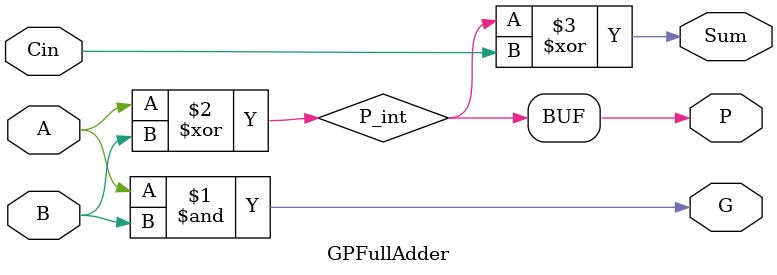
<source format=v>
`timescale 1ns / 1ps
   module GPFullAdder(A, B, Cin, G, P, Sum);
      input A;
      input B;
      input Cin;
      output G;
      output P;
      output Sum;
      wire P_int;
      assign G = A & B;
      assign P = P_int;
      assign P_int = A ^ B;
      assign Sum = P_int ^ Cin;
  endmodule
</source>
